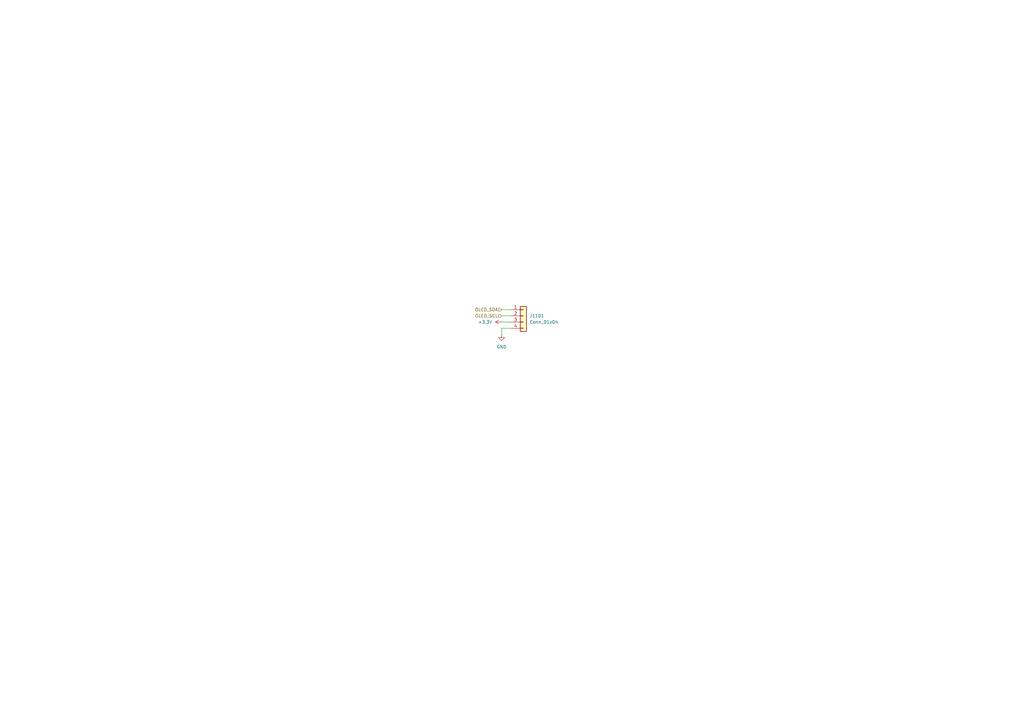
<source format=kicad_sch>
(kicad_sch (version 20231120) (generator "eeschema") (generator_version "8.0")
  (paper "A3")
  (lib_symbols
    (symbol "Connector_Generic:Conn_01x04" (pin_names (offset 1.016) hide)
      (property "Reference" "J" (at 0 5.08 0))
      (property "Value" "Conn_01x04" (at 0 -7.62 0))
      (symbol "Conn_01x04_1_1"
        (rectangle (start -1.27 -4.953) (end 0 -5.207) (stroke (width 0.1524)))
        (rectangle (start -1.27 -2.413) (end 0 -2.667) (stroke (width 0.1524)))
        (rectangle (start -1.27 0.127) (end 0 -0.127) (stroke (width 0.1524)))
        (rectangle (start -1.27 2.667) (end 0 2.413) (stroke (width 0.1524)))
        (rectangle (start -1.27 3.81) (end 1.27 -6.35) (stroke (width 0.254)) (fill (type background)))
        (pin passive line (at -5.08 2.54 0) (length 3.81) (name "Pin_1") (number "1"))
        (pin passive line (at -5.08 0 0) (length 3.81) (name "Pin_2") (number "2"))
        (pin passive line (at -5.08 -2.54 0) (length 3.81) (name "Pin_3") (number "3"))
        (pin passive line (at -5.08 -5.08 0) (length 3.81) (name "Pin_4") (number "4"))
      )
    )
    (symbol "GND_5" (power) (pin_numbers hide) (pin_names (offset 0) hide)
      (property "Value" "GND" (at 0 -3.81 0))
      (symbol "GND_5_0_1"
        (polyline (pts (xy 0 0) (xy 0 -1.27) (xy 1.27 -1.27) (xy 0 -2.54) (xy -1.27 -1.27) (xy 0 -1.27)))
      )
      (symbol "GND_5_1_1"
        (pin power_in line (at 0 0 270) (length 0) (name "~") (number "1"))
      )
    )
    (symbol "power:+3.3V" (power) (pin_numbers hide) (pin_names (offset 0) hide)
      (property "Value" "+3.3V" (at 0 3.556 0))
      (symbol "+3.3V_0_1"
        (polyline (pts (xy -0.762 1.27) (xy 0 2.54)))
        (polyline (pts (xy 0 0) (xy 0 2.54)))
        (polyline (pts (xy 0 2.54) (xy 0.762 1.27)))
      )
      (symbol "+3.3V_1_1"
        (pin power_in line (at 0 0 90) (length 0) (name "~") (number "1"))
      )
    )
  )
  (wire (pts (xy 205.74 134.62) (xy 205.74 137.16)))
  (wire (pts (xy 209.55 134.62) (xy 205.74 134.62)))
  (wire (pts (xy 205.74 132.08) (xy 209.55 132.08)))
  (wire (pts (xy 205.74 129.54) (xy 209.55 129.54)))
  (wire (pts (xy 205.74 127) (xy 209.55 127)))
  (hierarchical_label "OLED_SCL" (shape input) (at 205.74 129.54 180))
  (hierarchical_label "OLED_SDA" (shape input) (at 205.74 127 180))
  (symbol (lib_id "power:+3.3V") (at 205.74 132.08 90) (unit 1)
    (property "Reference" "#PWR03" (effects (hide yes)))
    (property "Value" "+3.3V" (at 201.93 132.0799 90) (effects (justify left)))
    (property "Description" "Power symbol creates a global label with name \"+3.3V\"" (effects (hide yes)))
  )
  (symbol (lib_id "Connector_Generic:Conn_01x04") (at 214.63 129.54 0) (unit 1)
    (property "Reference" "J1101" (at 217.17 129.5399 0) (effects (justify left)))
    (property "Value" "Conn_01x04" (at 217.17 132.0799 0) (effects (justify left)))
    (property "Footprint" "Connector_JST:JST_XH_S4B-XH-A_1x04_P2.50mm_Horizontal" (effects (hide yes)))
    (property "Description" "Generic connector, single row, 01x04, script generated (kicad-library-utils/schlib/autogen/connector/)" (effects (hide yes)))
  )
  (symbol (lib_name "GND_5") (lib_id "power:GND") (at 205.74 137.16 0) (unit 1)
    (property "Reference" "#PWR01102" (effects (hide yes)))
    (property "Value" "GND" (at 205.74 142.24 0))
    (property "Description" "Power symbol creates a global label with name \"GND\" , ground" (effects (hide yes)))
  )
)
</source>
